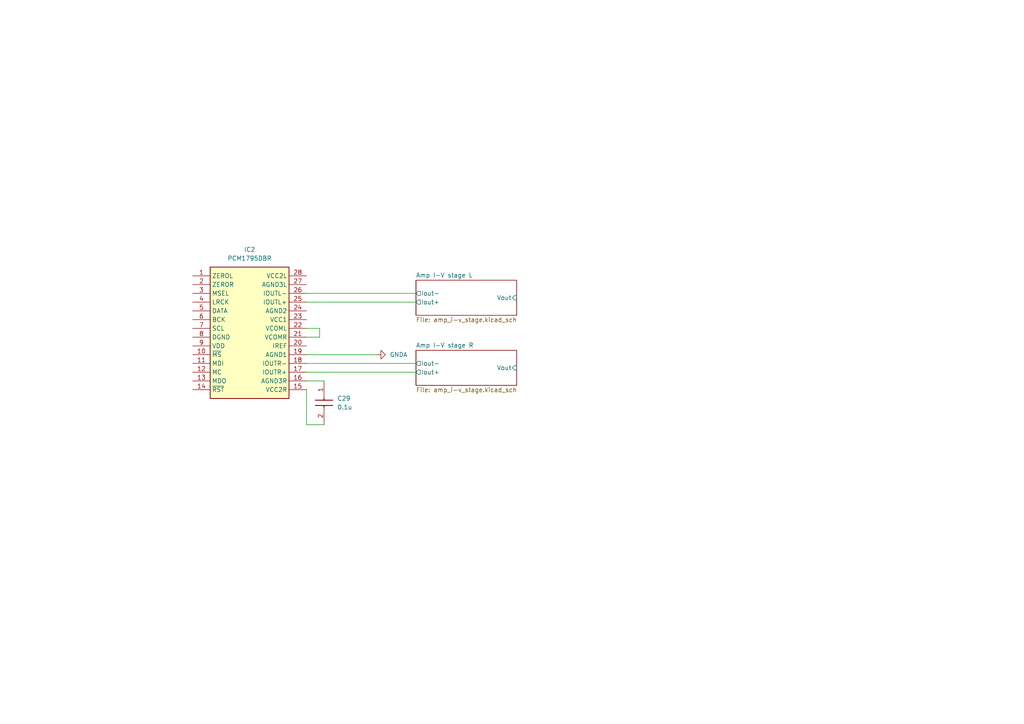
<source format=kicad_sch>
(kicad_sch (version 20250114) (generator "eeschema") (generator_version "9.0")
  (paper "A4")
  (lib_symbols
    (symbol "Project_Library:PCM1795DBR"
      (property "Reference" "IC" (at 29.21 7.62 0))
      (property "Value" "PCM1795DBR" (at 29.21 5.08 0))
      (symbol "PCM1795DBR_1_1"
        (rectangle (start 5.08 2.54) (end 27.94 -35.56) (stroke (width 0.254)) (fill (type background)))
        (pin passive line (at 0 0 0) (length 5.08) (name "ZEROL") (number "1"))
        (pin passive line (at 0 -2.54 0) (length 5.08) (name "ZEROR") (number "2"))
        (pin passive line (at 0 -5.08 0) (length 5.08) (name "MSEL") (number "3"))
        (pin passive line (at 0 -7.62 0) (length 5.08) (name "LRCK") (number "4"))
        (pin passive line (at 0 -10.16 0) (length 5.08) (name "DATA") (number "5"))
        (pin passive line (at 0 -12.7 0) (length 5.08) (name "BCK") (number "6"))
        (pin passive line (at 0 -15.24 0) (length 5.08) (name "SCL") (number "7"))
        (pin passive line (at 0 -17.78 0) (length 5.08) (name "DGND") (number "8"))
        (pin passive line (at 0 -20.32 0) (length 5.08) (name "VDD") (number "9"))
        (pin passive line (at 0 -22.86 0) (length 5.08) (name "~{MS}") (number "10"))
        (pin passive line (at 0 -25.4 0) (length 5.08) (name "MDI") (number "11"))
        (pin passive line (at 0 -27.94 0) (length 5.08) (name "MC") (number "12"))
        (pin passive line (at 0 -30.48 0) (length 5.08) (name "MDO") (number "13"))
        (pin passive line (at 0 -33.02 0) (length 5.08) (name "~{RST}") (number "14"))
        (pin passive line (at 33.02 0 180) (length 5.08) (name "VCC2L") (number "28"))
        (pin passive line (at 33.02 -2.54 180) (length 5.08) (name "AGND3L") (number "27"))
        (pin passive line (at 33.02 -5.08 180) (length 5.08) (name "IOUTL-") (number "26"))
        (pin passive line (at 33.02 -7.62 180) (length 5.08) (name "IOUTL+") (number "25"))
        (pin passive line (at 33.02 -10.16 180) (length 5.08) (name "AGND2") (number "24"))
        (pin passive line (at 33.02 -12.7 180) (length 5.08) (name "VCC1") (number "23"))
        (pin passive line (at 33.02 -15.24 180) (length 5.08) (name "VCOML") (number "22"))
        (pin passive line (at 33.02 -17.78 180) (length 5.08) (name "VCOMR") (number "21"))
        (pin passive line (at 33.02 -20.32 180) (length 5.08) (name "IREF") (number "20"))
        (pin passive line (at 33.02 -22.86 180) (length 5.08) (name "AGND1") (number "19"))
        (pin passive line (at 33.02 -25.4 180) (length 5.08) (name "IOUTR-") (number "18"))
        (pin passive line (at 33.02 -27.94 180) (length 5.08) (name "IOUTR+") (number "17"))
        (pin passive line (at 33.02 -30.48 180) (length 5.08) (name "AGND3R") (number "16"))
        (pin passive line (at 33.02 -33.02 180) (length 5.08) (name "VCC2R") (number "15"))
      )
    )
    (symbol "Project_Library:PHE426HJ6100JR05" (pin_names (hide yes))
      (property "Reference" "C" (at 8.89 6.35 0))
      (property "Value" "PHE426HJ6100JR05" (at 8.89 3.81 0))
      (symbol "PHE426HJ6100JR05_1_1"
        (polyline (pts (xy 5.08 0) (xy 5.588 0)) (stroke (width 0.254)))
        (polyline (pts (xy 5.588 2.54) (xy 5.588 -2.54)) (stroke (width 0.254)))
        (polyline (pts (xy 7.112 2.54) (xy 7.112 -2.54)) (stroke (width 0.254)))
        (polyline (pts (xy 7.112 0) (xy 7.62 0)) (stroke (width 0.254)))
        (pin passive line (at 0 0 0) (length 5.08) (name "1") (number "1"))
        (pin passive line (at 12.7 0 180) (length 5.08) (name "2") (number "2"))
      )
    )
    (symbol "power:GNDA" (power) (pin_numbers (hide yes)) (pin_names (offset 0) (hide yes))
      (property "Value" "GNDA" (at 0 -3.81 0))
      (symbol "GNDA_0_1"
        (polyline (pts (xy 0 0) (xy 0 -1.27) (xy 1.27 -1.27) (xy 0 -2.54) (xy -1.27 -1.27) (xy 0 -1.27)))
      )
      (symbol "GNDA_1_1"
        (pin power_in line (at 0 0 270) (length 0) (name "~") (number "1"))
      )
    )
  )
  (wire (pts (xy 88.9 110.49) (xy 93.98 110.49)))
  (wire (pts (xy 88.9 85.09) (xy 120.65 85.09)))
  (wire (pts (xy 88.9 107.95) (xy 120.65 107.95)))
  (wire (pts (xy 92.71 95.25) (xy 92.71 97.79)))
  (wire (pts (xy 109.22 102.87) (xy 88.9 102.87)))
  (wire (pts (xy 92.71 97.79) (xy 88.9 97.79)))
  (wire (pts (xy 88.9 123.19) (xy 93.98 123.19)))
  (wire (pts (xy 88.9 105.41) (xy 120.65 105.41)))
  (wire (pts (xy 88.9 87.63) (xy 120.65 87.63)))
  (wire (pts (xy 88.9 95.25) (xy 92.71 95.25)))
  (wire (pts (xy 88.9 113.03) (xy 88.9 123.19)))
  (symbol (lib_id "Project_Library:PCM1795DBR") (at 55.88 80.01 0) (unit 1)
    (property "Reference" "IC2" (at 72.39 72.39 0))
    (property "Value" "PCM1795DBR" (at 72.39 74.93 0))
    (property "Footprint" "SOP65P780X200-28N" (effects (hide yes)))
    (property "Datasheet" "http://www.ti.com/lit/gpn/pcm1795" (effects (hide yes)))
    (property "Description" "32-bit, 192kHz Sampling, Advanced Segment, Audio Stereo DAC" (effects (hide yes)))
    (property "Height" "2" (effects (hide yes)))
    (property "Mouser Part Number" "595-PCM1795DBR" (effects (hide yes)))
    (property "Mouser Price/Stock" "https://www.mouser.co.uk/ProductDetail/Texas-Instruments/PCM1795DBR?qs=fvVej%2FMj3jczsX7P1lPCEg%3D%3D" (effects (hide yes)))
    (property "Manufacturer_Name" "Texas Instruments" (effects (hide yes)))
    (property "Manufacturer_Part_Number" "PCM1795DBR" (effects (hide yes)))
  )
  (symbol (lib_id "power:GNDA") (at 109.22 102.87 90) (unit 1)
    (property "Reference" "#PWR021" (effects (hide yes)))
    (property "Value" "GNDA" (at 113.03 102.8699 90) (effects (justify right)))
    (property "Description" "Power symbol creates a global label with name \"GNDA\" , analog ground" (effects (hide yes)))
  )
  (symbol (lib_id "Project_Library:PHE426HJ6100JR05") (at 93.98 110.49 270) (unit 1)
    (property "Reference" "C29" (at 97.79 115.5699 90) (effects (justify left)))
    (property "Value" "0.1u" (at 97.79 118.1099 90) (effects (justify left)))
    (property "Footprint" "PHE426HJ6100JR05" (effects (hide yes)))
    (property "Datasheet" "https://content.kemet.com/datasheets/F3294_PHE426.pdf" (effects (hide yes)))
    (property "Description" "KEMET 100nF Polypropylene Capacitor PP 160 V ac, 250 V dc +/-5% Tolerance Through Hole PHE426 Series" (effects (hide yes)))
    (property "Height" "11" (effects (hide yes)))
    (property "Mouser Part Number" "80-PHE426HJ6100JR05" (effects (hide yes)))
    (property "Mouser Price/Stock" "https://www.mouser.co.uk/ProductDetail/KEMET/PHE426HJ6100JR05?qs=PoZJcSwa6DwFLe%252BwdHW3vQ%3D%3D" (effects (hide yes)))
    (property "Manufacturer_Name" "KEMET" (effects (hide yes)))
    (property "Manufacturer_Part_Number" "PHE426HJ6100JR05" (effects (hide yes)))
  )
  (sheet (at 120.65 101.6) (size 29.21 10.16) (stroke (width 0.1524))
    (property "Sheetname" "Amp I-V stage R" (at 120.65 100.8884 0) (effects (justify left bottom)))
    (property "Sheetfile" "amp_i-v_stage.kicad_sch" (at 120.65 112.3446 0) (effects (justify left top)))
    (pin "Iout+" output (at 120.65 107.95 180))
    (pin "Iout-" output (at 120.65 105.41 180))
    (pin "Vout" input (at 149.86 106.68 0))
  )
  (sheet (at 120.65 81.28) (size 29.21 10.16) (stroke (width 0.1524))
    (property "Sheetname" "Amp I-V stage L" (at 120.65 80.5684 0) (effects (justify left bottom)))
    (property "Sheetfile" "amp_i-v_stage.kicad_sch" (at 120.65 92.0246 0) (effects (justify left top)))
    (pin "Iout+" output (at 120.65 87.63 180))
    (pin "Iout-" output (at 120.65 85.09 180))
    (pin "Vout" input (at 149.86 86.36 0))
  )
)
</source>
